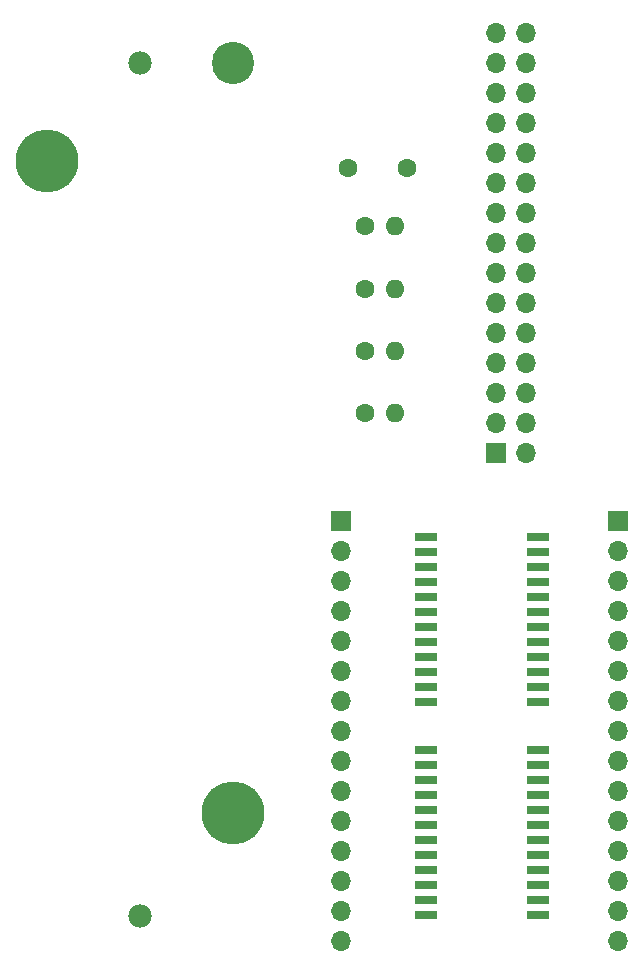
<source format=gbr>
%TF.GenerationSoftware,KiCad,Pcbnew,(6.0.0)*%
%TF.CreationDate,2022-04-22T12:33:35-07:00*%
%TF.ProjectId,Garden-Soil-MoistureSensor,47617264-656e-42d5-936f-696c2d4d6f69,rev?*%
%TF.SameCoordinates,Original*%
%TF.FileFunction,Soldermask,Top*%
%TF.FilePolarity,Negative*%
%FSLAX46Y46*%
G04 Gerber Fmt 4.6, Leading zero omitted, Abs format (unit mm)*
G04 Created by KiCad (PCBNEW (6.0.0)) date 2022-04-22 12:33:35*
%MOMM*%
%LPD*%
G01*
G04 APERTURE LIST*
%ADD10C,1.600000*%
%ADD11O,1.600000X1.600000*%
%ADD12R,1.700000X1.700000*%
%ADD13O,1.700000X1.700000*%
%ADD14C,1.980000*%
%ADD15C,5.325000*%
%ADD16C,3.585000*%
%ADD17R,1.950000X0.650000*%
G04 APERTURE END LIST*
D10*
%TO.C,R4*%
X152742800Y-86023600D03*
D11*
X155282800Y-86023600D03*
%TD*%
D12*
%TO.C,J2*%
X174225000Y-95110400D03*
D13*
X174225000Y-97650400D03*
X174225000Y-100190400D03*
X174225000Y-102730400D03*
X174225000Y-105270400D03*
X174225000Y-107810400D03*
X174225000Y-110350400D03*
X174225000Y-112890400D03*
X174225000Y-115430400D03*
X174225000Y-117970400D03*
X174225000Y-120510400D03*
X174225000Y-123050400D03*
X174225000Y-125590400D03*
X174225000Y-128130400D03*
X174225000Y-130670400D03*
%TD*%
D10*
%TO.C,R2*%
X152742800Y-75462000D03*
D11*
X155282800Y-75462000D03*
%TD*%
D10*
%TO.C,R1*%
X152742800Y-70181200D03*
D11*
X155282800Y-70181200D03*
%TD*%
D10*
%TO.C,R3*%
X152742800Y-80742800D03*
D11*
X155282800Y-80742800D03*
%TD*%
D12*
%TO.C,J3*%
X163892500Y-89346200D03*
D13*
X166432500Y-89346200D03*
X163892500Y-86806200D03*
X166432500Y-86806200D03*
X163892500Y-84266200D03*
X166432500Y-84266200D03*
X163892500Y-81726200D03*
X166432500Y-81726200D03*
X163892500Y-79186200D03*
X166432500Y-79186200D03*
X163892500Y-76646200D03*
X166432500Y-76646200D03*
X163892500Y-74106200D03*
X166432500Y-74106200D03*
X163892500Y-71566200D03*
X166432500Y-71566200D03*
X163892500Y-69026200D03*
X166432500Y-69026200D03*
X163892500Y-66486200D03*
X166432500Y-66486200D03*
X163892500Y-63946200D03*
X166432500Y-63946200D03*
X163892500Y-61406200D03*
X166432500Y-61406200D03*
X163892500Y-58866200D03*
X166432500Y-58866200D03*
X163892500Y-56326200D03*
X166432500Y-56326200D03*
X163892500Y-53786200D03*
X166432500Y-53786200D03*
%TD*%
D12*
%TO.C,J1*%
X150730000Y-95110400D03*
D13*
X150730000Y-97650400D03*
X150730000Y-100190400D03*
X150730000Y-102730400D03*
X150730000Y-105270400D03*
X150730000Y-107810400D03*
X150730000Y-110350400D03*
X150730000Y-112890400D03*
X150730000Y-115430400D03*
X150730000Y-117970400D03*
X150730000Y-120510400D03*
X150730000Y-123050400D03*
X150730000Y-125590400D03*
X150730000Y-128130400D03*
X150730000Y-130670400D03*
%TD*%
D14*
%TO.C,U1*%
X133696200Y-128533300D03*
X133696200Y-56333300D03*
D15*
X141566200Y-119893300D03*
D16*
X141566200Y-56333300D03*
D15*
X125826200Y-64693300D03*
%TD*%
D17*
%TO.C,IC1*%
X157959700Y-96469800D03*
X157959700Y-97739800D03*
X157959700Y-99009800D03*
X157959700Y-100279800D03*
X157959700Y-101549800D03*
X157959700Y-102819800D03*
X157959700Y-104089800D03*
X157959700Y-105359800D03*
X157959700Y-106629800D03*
X157959700Y-107899800D03*
X157959700Y-109169800D03*
X157959700Y-110439800D03*
X167409700Y-110439800D03*
X167409700Y-109169800D03*
X167409700Y-107899800D03*
X167409700Y-106629800D03*
X167409700Y-105359800D03*
X167409700Y-104089800D03*
X167409700Y-102819800D03*
X167409700Y-101549800D03*
X167409700Y-100279800D03*
X167409700Y-99009800D03*
X167409700Y-97739800D03*
X167409700Y-96469800D03*
%TD*%
D10*
%TO.C,C1*%
X151287800Y-65215500D03*
X156287800Y-65215500D03*
%TD*%
D17*
%TO.C,IC2*%
X157959700Y-114520900D03*
X157959700Y-115790900D03*
X157959700Y-117060900D03*
X157959700Y-118330900D03*
X157959700Y-119600900D03*
X157959700Y-120870900D03*
X157959700Y-122140900D03*
X157959700Y-123410900D03*
X157959700Y-124680900D03*
X157959700Y-125950900D03*
X157959700Y-127220900D03*
X157959700Y-128490900D03*
X167409700Y-128490900D03*
X167409700Y-127220900D03*
X167409700Y-125950900D03*
X167409700Y-124680900D03*
X167409700Y-123410900D03*
X167409700Y-122140900D03*
X167409700Y-120870900D03*
X167409700Y-119600900D03*
X167409700Y-118330900D03*
X167409700Y-117060900D03*
X167409700Y-115790900D03*
X167409700Y-114520900D03*
%TD*%
M02*

</source>
